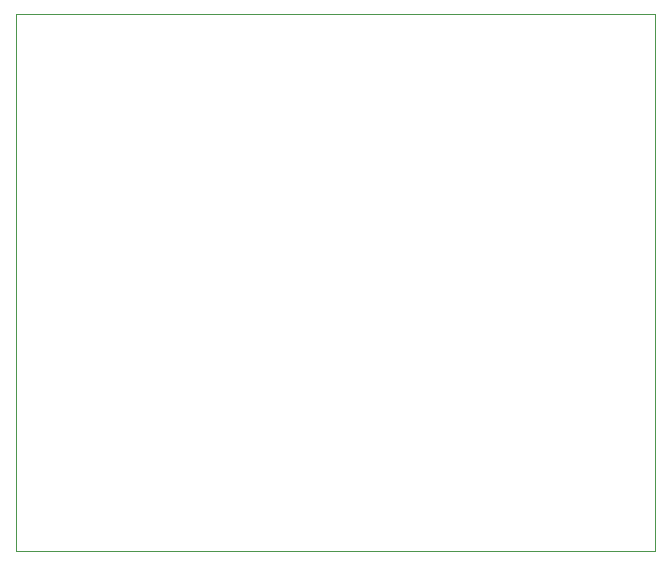
<source format=gbr>
%TF.GenerationSoftware,KiCad,Pcbnew,8.0.4*%
%TF.CreationDate,2024-11-18T17:08:08-08:00*%
%TF.ProjectId,USBC_UART_Dock_Prototype,55534243-5f55-4415-9254-5f446f636b5f,rev?*%
%TF.SameCoordinates,Original*%
%TF.FileFunction,Profile,NP*%
%FSLAX46Y46*%
G04 Gerber Fmt 4.6, Leading zero omitted, Abs format (unit mm)*
G04 Created by KiCad (PCBNEW 8.0.4) date 2024-11-18 17:08:08*
%MOMM*%
%LPD*%
G01*
G04 APERTURE LIST*
%TA.AperFunction,Profile*%
%ADD10C,0.050000*%
%TD*%
G04 APERTURE END LIST*
D10*
X115000000Y-59500000D02*
X169050000Y-59500000D01*
X169050000Y-105000000D01*
X115000000Y-105000000D01*
X115000000Y-59500000D01*
M02*

</source>
